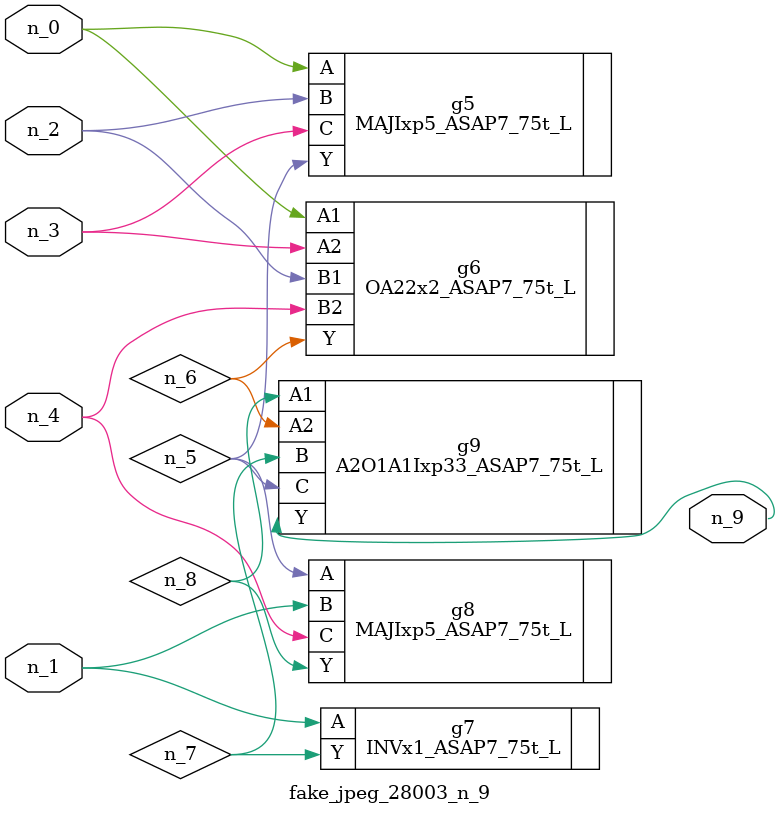
<source format=v>
module fake_jpeg_28003_n_9 (n_3, n_2, n_1, n_0, n_4, n_9);

input n_3;
input n_2;
input n_1;
input n_0;
input n_4;

output n_9;

wire n_8;
wire n_6;
wire n_5;
wire n_7;

MAJIxp5_ASAP7_75t_L g5 ( 
.A(n_0),
.B(n_2),
.C(n_3),
.Y(n_5)
);

OA22x2_ASAP7_75t_L g6 ( 
.A1(n_0),
.A2(n_3),
.B1(n_2),
.B2(n_4),
.Y(n_6)
);

INVx1_ASAP7_75t_L g7 ( 
.A(n_1),
.Y(n_7)
);

MAJIxp5_ASAP7_75t_L g8 ( 
.A(n_5),
.B(n_1),
.C(n_4),
.Y(n_8)
);

A2O1A1Ixp33_ASAP7_75t_L g9 ( 
.A1(n_8),
.A2(n_6),
.B(n_7),
.C(n_5),
.Y(n_9)
);


endmodule
</source>
